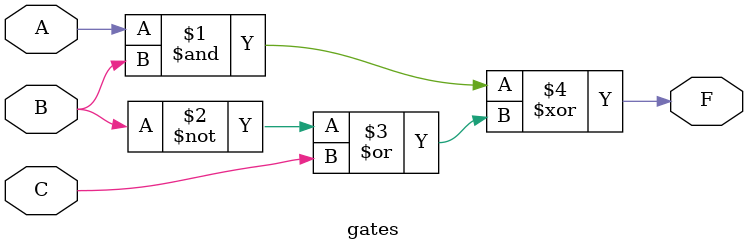
<source format=v>
`timescale 1ns / 1ps
module gates(
    input A,
    input B,
    input C,
    output F
    );

assign F = (A&B)^((~B)|C);
endmodule

</source>
